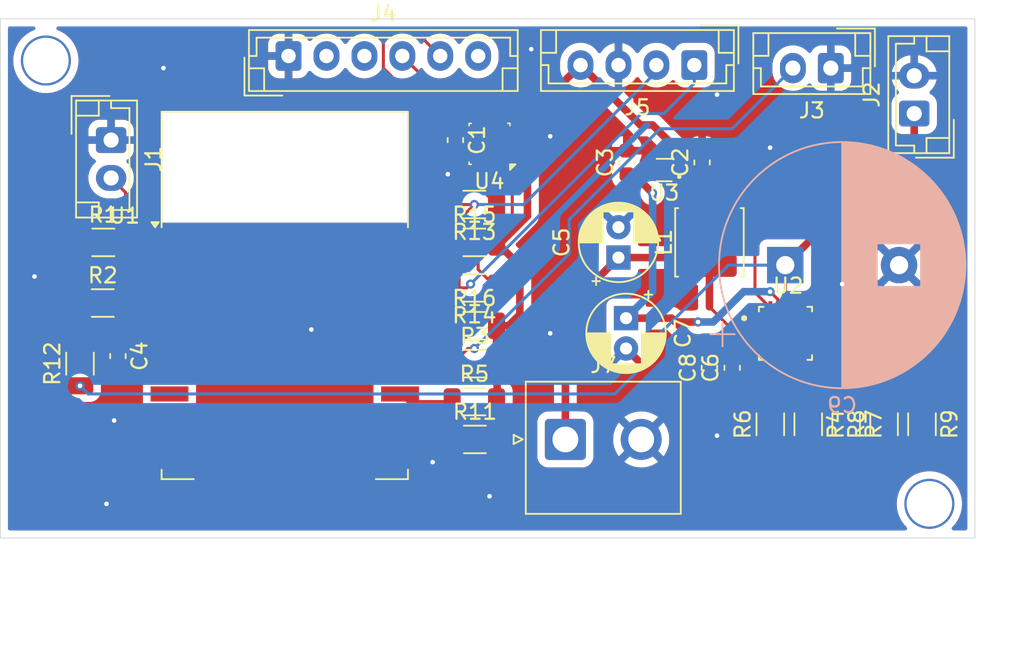
<source format=kicad_pcb>
(kicad_pcb (version 20240108) (generator "pcbnew") (generator_version "8.0")
  (layers (0 "F.Cu" signal) (31 "B.Cu" signal) (34 "B.Paste" user) (35 "F.Paste" user) (36 "B.SilkS" user "B.Silkscreen") (37 "F.SilkS" user "F.Silkscreen") (38 "B.Mask" user) (39 "F.Mask" user) (44 "Edge.Cuts" user))
  (net 0 "")
  (net 1 "GND")
  (net 2 "VBAT")
  (net 3 "+3.3V")
  (net 4 "Net-(J3-Pin_2)")
  (net 5 "Net-(J1-Pin_2)")
  (net 6 "Net-(J4-Pin_5)")
  (net 7 "Net-(J4-Pin_4)")
  (net 11 "Net-(U1-EN)")
  (net 12 "Net-(U1-GPIO2)")
  (net 13 "Net-(U1-GPIO15)")
  (net 24 "SCL")
  (net 25 "SDA")
  (net 26 "Net-(U1-ADC)")
  (net 27 "Net-(U4-SCK)")
  (net 28 "Net-(U4-SDI)")
  (net 30 "VIN")
  (net 31 "Net-(J7-Pin_1)")
  (net 32 "VRDIV")
  (net 33 "VBAT_OV")
  (net 34 "OK_HYST")
  (net 36 "OK_PROG")
  (net 40 "Net-(U2-VREF_SAMP)")
  (net 41 "Net-(U2-LBOOST)")
  (footprint "Resistor_SMD:R_1206_3216Metric" (layer "F.Cu") (at 168.512755 134 90)
    (property "Reference" "R8" (at 0 -1.82 90) (layer "F.SilkS"))
    (property "Value" "5.07M")
    (pad "1" smd roundrect (at -1.4625 0 90) (size 1.125 1.75) (layers "F.Cu" "F.Paste" "F.Mask") (roundrect_rratio 0.222222) (net 36 "OK_PROG"))
    (pad "2" smd roundrect (at 1.4625 0 90) (size 1.125 1.75) (layers "F.Cu" "F.Paste" "F.Mask") (roundrect_rratio 0.222222) (net 34 "OK_HYST"))
  )
  (footprint "Capacitor_THT:CP_Radial_D5.0mm_P2.00mm" (layer "F.Cu") (at 151 123 90)
    (property "Reference" "C5" (at 1 -3.75 90) (layer "F.SilkS"))
    (property "Value" "4.7uF")
    (pad "1" thru_hole rect (at 0 0 90) (size 1.6 1.6) (drill 0.8) (layers "*.Cu" "*.Mask" "In1.Cu" "In2.Cu" "In3.Cu" "In4.Cu" "In5.Cu" "In6.Cu" "In7.Cu" "In8.Cu" "In9.Cu" "In10.Cu" "In11.Cu" "In12.Cu" "In13.Cu" "In14.Cu" "In15.Cu" "In16.Cu" "In17.Cu" "In18.Cu" "In19.Cu" "In20.Cu" "In21.Cu" "In22.Cu" "In23.Cu" "In24.Cu" "In25.Cu" "In26.Cu" "In27.Cu" "In28.Cu" "In29.Cu" "In30.Cu") (net 31 "Net-(J7-Pin_1)"))
    (pad "2" thru_hole circle (at 2 0 90) (size 1.6 1.6) (drill 0.8) (layers "*.Cu" "*.Mask" "In1.Cu" "In2.Cu" "In3.Cu" "In4.Cu" "In5.Cu" "In6.Cu" "In7.Cu" "In8.Cu" "In9.Cu" "In10.Cu" "In11.Cu" "In12.Cu" "In13.Cu" "In14.Cu" "In15.Cu" "In16.Cu" "In17.Cu" "In18.Cu" "In19.Cu" "In20.Cu" "In21.Cu" "In22.Cu" "In23.Cu" "In24.Cu" "In25.Cu" "In26.Cu" "In27.Cu" "In28.Cu" "In29.Cu" "In30.Cu") (net 1 "GND"))
  )
  (footprint "Capacitor_THT:CP_Radial_D5.0mm_P2.00mm" (layer "F.Cu") (at 151.5 127 -90)
    (property "Reference" "C7" (at 1 -3.75 90) (layer "F.SilkS"))
    (property "Value" "4.7uF")
    (pad "1" thru_hole rect (at 0 0 270) (size 1.6 1.6) (drill 0.8) (layers "*.Cu" "*.Mask" "In1.Cu" "In2.Cu" "In3.Cu" "In4.Cu" "In5.Cu" "In6.Cu" "In7.Cu" "In8.Cu" "In9.Cu" "In10.Cu" "In11.Cu" "In12.Cu" "In13.Cu" "In14.Cu" "In15.Cu" "In16.Cu" "In17.Cu" "In18.Cu" "In19.Cu" "In20.Cu" "In21.Cu" "In22.Cu" "In23.Cu" "In24.Cu" "In25.Cu" "In26.Cu" "In27.Cu" "In28.Cu" "In29.Cu" "In30.Cu") (net 30 "VIN"))
    (pad "2" thru_hole circle (at 2 0 270) (size 1.6 1.6) (drill 0.8) (layers "*.Cu" "*.Mask" "In1.Cu" "In2.Cu" "In3.Cu" "In4.Cu" "In5.Cu" "In6.Cu" "In7.Cu" "In8.Cu" "In9.Cu" "In10.Cu" "In11.Cu" "In12.Cu" "In13.Cu" "In14.Cu" "In15.Cu" "In16.Cu" "In17.Cu" "In18.Cu" "In19.Cu" "In20.Cu" "In21.Cu" "In22.Cu" "In23.Cu" "In24.Cu" "In25.Cu" "In26.Cu" "In27.Cu" "In28.Cu" "In29.Cu" "In30.Cu") (net 1 "GND"))
  )
  (footprint "Connector_JST:JST_EH_B2B-EH-A_1x02_P2.50mm_Vertical" (layer "F.Cu") (at 117.55 115.25 -90)
    (property "Reference" "J1" (at 1.25 -2.8 90) (layer "F.SilkS"))
    (property "Value" "Conn_01x02_Pin")
    (pad "1" thru_hole roundrect (at 0 0 270) (size 1.7 2) (drill 1) (layers "*.Cu" "*.Mask" "In1.Cu" "In2.Cu" "In3.Cu" "In4.Cu" "In5.Cu" "In6.Cu" "In7.Cu" "In8.Cu" "In9.Cu" "In10.Cu" "In11.Cu" "In12.Cu" "In13.Cu" "In14.Cu" "In15.Cu" "In16.Cu" "In17.Cu" "In18.Cu" "In19.Cu" "In20.Cu" "In21.Cu" "In22.Cu" "In23.Cu" "In24.Cu" "In25.Cu" "In26.Cu" "In27.Cu" "In28.Cu" "In29.Cu" "In30.Cu") (roundrect_rratio 0.147059) (net 1 "GND"))
    (pad "2" thru_hole oval (at 2.5 0 270) (size 1.7 2) (drill 1) (layers "*.Cu" "*.Mask" "In1.Cu" "In2.Cu" "In3.Cu" "In4.Cu" "In5.Cu" "In6.Cu" "In7.Cu" "In8.Cu" "In9.Cu" "In10.Cu" "In11.Cu" "In12.Cu" "In13.Cu" "In14.Cu" "In15.Cu" "In16.Cu" "In17.Cu" "In18.Cu" "In19.Cu" "In20.Cu" "In21.Cu" "In22.Cu" "In23.Cu" "In24.Cu" "In25.Cu" "In26.Cu" "In27.Cu" "In28.Cu" "In29.Cu" "In30.Cu") (net 5 "Net-(J1-Pin_2)"))
  )
  (footprint "Resistor_SMD:R_1206_3216Metric" (layer "F.Cu") (at 141.5 119.5 180)
    (property "Reference" "R13" (at 0 -1.82 0) (layer "F.SilkS"))
    (property "Value" "0")
    (pad "1" smd roundrect (at -1.4625 0 180) (size 1.125 1.75) (layers "F.Cu" "F.Paste" "F.Mask") (roundrect_rratio 0.222222) (net 27 "Net-(U4-SCK)"))
    (pad "2" smd roundrect (at 1.4625 0 180) (size 1.125 1.75) (layers "F.Cu" "F.Paste" "F.Mask") (roundrect_rratio 0.222222) (net 24 "SCL"))
  )
  (footprint "Connector_JST:JST_EH_B6B-EH-A_1x06_P2.50mm_Vertical" (layer "F.Cu") (at 129.25 109.7)
    (property "Reference" "J4" (at 6.25 -2.8 0) (layer "F.SilkS"))
    (property "Value" "Conn_01x06_Pin")
    (pad "1" thru_hole roundrect (at 0 0) (size 1.7 1.95) (drill 0.95) (layers "*.Cu" "*.Mask" "In1.Cu" "In2.Cu" "In3.Cu" "In4.Cu" "In5.Cu" "In6.Cu" "In7.Cu" "In8.Cu" "In9.Cu" "In10.Cu" "In11.Cu" "In12.Cu" "In13.Cu" "In14.Cu" "In15.Cu" "In16.Cu" "In17.Cu" "In18.Cu" "In19.Cu" "In20.Cu" "In21.Cu" "In22.Cu" "In23.Cu" "In24.Cu" "In25.Cu" "In26.Cu" "In27.Cu" "In28.Cu" "In29.Cu" "In30.Cu") (roundrect_rratio 0.147059) (net 1 "GND"))
    (pad "2" thru_hole oval (at 2.5 0) (size 1.7 1.95) (drill 0.95) (layers "*.Cu" "*.Mask" "In1.Cu" "In2.Cu" "In3.Cu" "In4.Cu" "In5.Cu" "In6.Cu" "In7.Cu" "In8.Cu" "In9.Cu" "In10.Cu" "In11.Cu" "In12.Cu" "In13.Cu" "In14.Cu" "In15.Cu" "In16.Cu" "In17.Cu" "In18.Cu" "In19.Cu" "In20.Cu" "In21.Cu" "In22.Cu" "In23.Cu" "In24.Cu" "In25.Cu" "In26.Cu" "In27.Cu" "In28.Cu" "In29.Cu" "In30.Cu"))
    (pad "3" thru_hole oval (at 5 0) (size 1.7 1.95) (drill 0.95) (layers "*.Cu" "*.Mask" "In1.Cu" "In2.Cu" "In3.Cu" "In4.Cu" "In5.Cu" "In6.Cu" "In7.Cu" "In8.Cu" "In9.Cu" "In10.Cu" "In11.Cu" "In12.Cu" "In13.Cu" "In14.Cu" "In15.Cu" "In16.Cu" "In17.Cu" "In18.Cu" "In19.Cu" "In20.Cu" "In21.Cu" "In22.Cu" "In23.Cu" "In24.Cu" "In25.Cu" "In26.Cu" "In27.Cu" "In28.Cu" "In29.Cu" "In30.Cu"))
    (pad "4" thru_hole oval (at 7.5 0) (size 1.7 1.95) (drill 0.95) (layers "*.Cu" "*.Mask" "In1.Cu" "In2.Cu" "In3.Cu" "In4.Cu" "In5.Cu" "In6.Cu" "In7.Cu" "In8.Cu" "In9.Cu" "In10.Cu" "In11.Cu" "In12.Cu" "In13.Cu" "In14.Cu" "In15.Cu" "In16.Cu" "In17.Cu" "In18.Cu" "In19.Cu" "In20.Cu" "In21.Cu" "In22.Cu" "In23.Cu" "In24.Cu" "In25.Cu" "In26.Cu" "In27.Cu" "In28.Cu" "In29.Cu" "In30.Cu") (net 7 "Net-(J4-Pin_4)"))
    (pad "5" thru_hole oval (at 10 0) (size 1.7 1.95) (drill 0.95) (layers "*.Cu" "*.Mask" "In1.Cu" "In2.Cu" "In3.Cu" "In4.Cu" "In5.Cu" "In6.Cu" "In7.Cu" "In8.Cu" "In9.Cu" "In10.Cu" "In11.Cu" "In12.Cu" "In13.Cu" "In14.Cu" "In15.Cu" "In16.Cu" "In17.Cu" "In18.Cu" "In19.Cu" "In20.Cu" "In21.Cu" "In22.Cu" "In23.Cu" "In24.Cu" "In25.Cu" "In26.Cu" "In27.Cu" "In28.Cu" "In29.Cu" "In30.Cu") (net 6 "Net-(J4-Pin_5)"))
    (pad "6" thru_hole oval (at 12.5 0) (size 1.7 1.95) (drill 0.95) (layers "*.Cu" "*.Mask" "In1.Cu" "In2.Cu" "In3.Cu" "In4.Cu" "In5.Cu" "In6.Cu" "In7.Cu" "In8.Cu" "In9.Cu" "In10.Cu" "In11.Cu" "In12.Cu" "In13.Cu" "In14.Cu" "In15.Cu" "In16.Cu" "In17.Cu" "In18.Cu" "In19.Cu" "In20.Cu" "In21.Cu" "In22.Cu" "In23.Cu" "In24.Cu" "In25.Cu" "In26.Cu" "In27.Cu" "In28.Cu" "In29.Cu" "In30.Cu"))
  )
  (footprint "bqMPPT:QFN50P350X350X100-21N" (layer "F.Cu") (at 162.012755 128)
    (property "Reference" "U2" (at 0.175 -3.135 0) (layer "F.SilkS"))
    (property "Value" "BQ25505RGRT")
    (pad "1" smd roundrect (at -1.685 -1) (size 0.88 0.26) (layers "F.Cu" "F.Paste" "F.Mask") (roundrect_rratio 0.125) (net 1 "GND"))
    (pad "2" smd roundrect (at -1.685 -0.5) (size 0.88 0.26) (layers "F.Cu" "F.Paste" "F.Mask") (roundrect_rratio 0.125) (net 31 "Net-(J7-Pin_1)"))
    (pad "3" smd roundrect (at -1.685 0) (size 0.88 0.26) (layers "F.Cu" "F.Paste" "F.Mask") (roundrect_rratio 0.125) (net 30 "VIN"))
    (pad "4" smd roundrect (at -1.685 0.5) (size 0.88 0.26) (layers "F.Cu" "F.Paste" "F.Mask") (roundrect_rratio 0.125) (net 40 "Net-(U2-VREF_SAMP)"))
    (pad "5" smd roundrect (at -1.685 1) (size 0.88 0.26) (layers "F.Cu" "F.Paste" "F.Mask") (roundrect_rratio 0.125) (net 1 "GND"))
    (pad "6" smd roundrect (at -1 1.685) (size 0.26 0.88) (layers "F.Cu" "F.Paste" "F.Mask") (roundrect_rratio 0.125))
    (pad "7" smd roundrect (at -0.5 1.685) (size 0.26 0.88) (layers "F.Cu" "F.Paste" "F.Mask") (roundrect_rratio 0.125) (net 33 "VBAT_OV"))
    (pad "8" smd roundrect (at 0 1.685) (size 0.26 0.88) (layers "F.Cu" "F.Paste" "F.Mask") (roundrect_rratio 0.125) (net 32 "VRDIV"))
    (pad "9" smd roundrect (at 0.5 1.685) (size 0.26 0.88) (layers "F.Cu" "F.Paste" "F.Mask") (roundrect_rratio 0.125))
    (pad "10" smd roundrect (at 1 1.685) (size 0.26 0.88) (layers "F.Cu" "F.Paste" "F.Mask") (roundrect_rratio 0.125))
    (pad "11" smd roundrect (at 1.685 1) (size 0.88 0.26) (layers "F.Cu" "F.Paste" "F.Mask") (roundrect_rratio 0.125) (net 34 "OK_HYST"))
    (pad "12" smd roundrect (at 1.685 0.5) (size 0.88 0.26) (layers "F.Cu" "F.Paste" "F.Mask") (roundrect_rratio 0.125) (net 36 "OK_PROG"))
    (pad "13" smd roundrect (at 1.685 0) (size 0.88 0.26) (layers "F.Cu" "F.Paste" "F.Mask") (roundrect_rratio 0.125))
    (pad "14" smd roundrect (at 1.685 -0.5) (size 0.88 0.26) (layers "F.Cu" "F.Paste" "F.Mask") (roundrect_rratio 0.125) (net 1 "GND"))
    (pad "15" smd roundrect (at 1.685 -1) (size 0.88 0.26) (layers "F.Cu" "F.Paste" "F.Mask") (roundrect_rratio 0.125) (net 1 "GND"))
    (pad "16" smd roundrect (at 1 -1.685) (size 0.26 0.88) (layers "F.Cu" "F.Paste" "F.Mask") (roundrect_rratio 0.125))
    (pad "17" smd roundrect (at 0.5 -1.685) (size 0.26 0.88) (layers "F.Cu" "F.Paste" "F.Mask") (roundrect_rratio 0.125))
    (pad "18" smd roundrect (at 0 -1.685) (size 0.26 0.88) (layers "F.Cu" "F.Paste" "F.Mask") (roundrect_rratio 0.125) (net 2 "VBAT"))
    (pad "19" smd roundrect (at -0.5 -1.685) (size 0.26 0.88) (layers "F.Cu" "F.Paste" "F.Mask") (roundrect_rratio 0.125) (net 30 "VIN"))
    (pad "20" smd roundrect (at -1 -1.685) (size 0.26 0.88) (layers "F.Cu" "F.Paste" "F.Mask") (roundrect_rratio 0.125) (net 41 "Net-(U2-LBOOST)"))
    (pad "21" smd rect (at 0 0) (size 2.05 2.05) (layers "F.Cu" "F.Mask"))
  )
  (footprint "Capacitor_SMD:C_0603_1608Metric" (layer "F.Cu") (at 140.25 115.25 -90)
    (property "Reference" "C1" (at 0 -1.43 90) (layer "F.SilkS"))
    (property "Value" "C")
    (pad "1" smd roundrect (at -0.775 0 270) (size 0.9 0.95) (layers "F.Cu" "F.Paste" "F.Mask") (net 3 "+3.3V"))
    (pad "2" smd roundrect (at 0.775 0 270) (size 0.9 0.95) (layers "F.Cu" "F.Paste" "F.Mask") (net 1 "GND"))
  )
  (footprint "Package_SON:Texas_X2SON-4_1x1mm_P0.65mm" (layer "F.Cu") (at 154.012755 117.225 180)
    (property "Reference" "U3" (at 0 -1.5 0) (layer "F.SilkS"))
    (property "Value" "TPS7A20xxxDQN")
    (pad "1" smd custom (at -0.43 -0.325 180) (size 0.148492 0.148492) (layers "F.Cu") (net 3 "+3.3V") (options (clearance outline) (anchor circle)) (primitives (gr_poly (pts (xy 0.23 -0.054289) (xy 0.020711 0.155) (xy -0.23 0.155) (xy -0.23 -0.155) (xy 0.23 -0.155)) (width 0) (fill yes))))
    (pad "2" smd custom (at -0.43 0.325 180) (size 0.148492 0.148492) (layers "F.Cu") (net 1 "GND") (options (clearance outline) (anchor circle)) (primitives (gr_poly (pts (xy 0.23 0.054289) (xy 0.23 0.155) (xy -0.23 0.155) (xy -0.23 -0.155) (xy 0.020711 -0.155)) (width 0) (fill yes))))
    (pad "3" smd custom (at 0.43 0.325 180) (size 0.148492 0.148492) (layers "F.Cu") (net 30 "VIN") (options (clearance outline) (anchor circle)) (primitives (gr_poly (pts (xy 0.23 0.155) (xy -0.23 0.155) (xy -0.23 0.054289) (xy -0.020711 -0.155) (xy 0.23 -0.155)) (width 0) (fill yes))))
    (pad "4" smd custom (at 0.43 -0.325 180) (size 0.148492 0.148492) (layers "F.Cu") (net 30 "VIN") (options (clearance outline) (anchor circle)) (primitives (gr_poly (pts (xy 0.23 0.155) (xy -0.020711 0.155) (xy -0.23 -0.054289) (xy -0.23 -0.155) (xy 0.23 -0.155)) (width 0) (fill yes))))
    (pad "5" smd roundrect (at 0 0 225) (size 0.58 0.58) (layers "F.Cu" "F.Paste" "F.Mask") (net 1 "GND"))
  )
  (footprint "Resistor_SMD:R_1206_3216Metric" (layer "F.Cu") (at 141.5 125 180)
    (property "Reference" "R14" (at 0 -1.82 0) (layer "F.SilkS"))
    (property "Value" "0")
    (pad "1" smd roundrect (at -1.4625 0 180) (size 1.125 1.75) (layers "F.Cu" "F.Paste" "F.Mask") (roundrect_rratio 0.222222) (net 28 "Net-(U4-SDI)"))
    (pad "2" smd roundrect (at 1.4625 0 180) (size 1.125 1.75) (layers "F.Cu" "F.Paste" "F.Mask") (roundrect_rratio 0.222222) (net 25 "SDA"))
  )
  (footprint "Connector_JST:JST_EH_B2B-EH-A_1x02_P2.50mm_Vertical" (layer "F.Cu") (at 165 110.5 180)
    (property "Reference" "J3" (at 1.25 -2.8 0) (layer "F.SilkS"))
    (property "Value" "Conn_01x02_Pin")
    (pad "1" thru_hole roundrect (at 0 0 180) (size 1.7 2) (drill 1) (layers "*.Cu" "*.Mask" "In1.Cu" "In2.Cu" "In3.Cu" "In4.Cu" "In5.Cu" "In6.Cu" "In7.Cu" "In8.Cu" "In9.Cu" "In10.Cu" "In11.Cu" "In12.Cu" "In13.Cu" "In14.Cu" "In15.Cu" "In16.Cu" "In17.Cu" "In18.Cu" "In19.Cu" "In20.Cu" "In21.Cu" "In22.Cu" "In23.Cu" "In24.Cu" "In25.Cu" "In26.Cu" "In27.Cu" "In28.Cu" "In29.Cu" "In30.Cu") (roundrect_rratio 0.147059) (net 1 "GND"))
    (pad "2" thru_hole oval (at 2.5 0 180) (size 1.7 2) (drill 1) (layers "*.Cu" "*.Mask" "In1.Cu" "In2.Cu" "In3.Cu" "In4.Cu" "In5.Cu" "In6.Cu" "In7.Cu" "In8.Cu" "In9.Cu" "In10.Cu" "In11.Cu" "In12.Cu" "In13.Cu" "In14.Cu" "In15.Cu" "In16.Cu" "In17.Cu" "In18.Cu" "In19.Cu" "In20.Cu" "In21.Cu" "In22.Cu" "In23.Cu" "In24.Cu" "In25.Cu" "In26.Cu" "In27.Cu" "In28.Cu" "In29.Cu" "In30.Cu") (net 4 "Net-(J3-Pin_2)"))
  )
  (footprint "Resistor_SMD:R_1206_3216Metric" (layer "F.Cu") (at 163.512755 134 -90)
    (property "Reference" "R4" (at 0 -1.82 90) (layer "F.SilkS"))
    (property "Value" "7.32M (better smaller)")
    (pad "1" smd roundrect (at -1.4625 0 270) (size 1.125 1.75) (layers "F.Cu" "F.Paste" "F.Mask") (roundrect_rratio 0.222222) (net 33 "VBAT_OV"))
    (pad "2" smd roundrect (at 1.4625 0 270) (size 1.125 1.75) (layers "F.Cu" "F.Paste" "F.Mask") (roundrect_rratio 0.222222) (net 32 "VRDIV"))
  )
  (footprint "Resistor_SMD:R_1206_3216Metric" (layer "F.Cu") (at 141.5 127.5)
    (property "Reference" "R16" (at 0 -1.82 0) (layer "F.SilkS"))
    (property "Value" "4.7k")
    (pad "1" smd roundrect (at -1.4625 0) (size 1.125 1.75) (layers "F.Cu" "F.Paste" "F.Mask") (roundrect_rratio 0.222222) (net 25 "SDA"))
    (pad "2" smd roundrect (at 1.4625 0) (size 1.125 1.75) (layers "F.Cu" "F.Paste" "F.Mask") (roundrect_rratio 0.222222) (net 3 "+3.3V"))
  )
  (footprint "Resistor_SMD:R_1206_3216Metric" (layer "F.Cu") (at 141.5 122)
    (property "Reference" "R15" (at 0 -1.82 0) (layer "F.SilkS"))
    (property "Value" "4.7k")
    (pad "1" smd roundrect (at -1.4625 0) (size 1.125 1.75) (layers "F.Cu" "F.Paste" "F.Mask") (roundrect_rratio 0.222222) (net 24 "SCL"))
    (pad "2" smd roundrect (at 1.4625 0) (size 1.125 1.75) (layers "F.Cu" "F.Paste" "F.Mask") (roundrect_rratio 0.222222) (net 3 "+3.3V"))
  )
  (footprint "Resistor_SMD:R_1206_3216Metric" (layer "F.Cu") (at 115.5 130 90)
    (property "Reference" "R12" (at 0 -1.82 90) (layer "F.SilkS"))
    (property "Value" "100k")
    (pad "1" smd roundrect (at -1.4625 0 90) (size 1.125 1.75) (layers "F.Cu" "F.Paste" "F.Mask") (roundrect_rratio 0.222222) (net 2 "VBAT"))
    (pad "2" smd roundrect (at 1.4625 0 90) (size 1.125 1.75) (layers "F.Cu" "F.Paste" "F.Mask") (roundrect_rratio 0.222222) (net 26 "Net-(U1-ADC)"))
  )
  (footprint "Connector_JST:JST_EH_B4B-EH-A_1x04_P2.50mm_Vertical" (layer "F.Cu") (at 156 110.3 180)
    (property "Reference" "J5" (at 3.75 -2.8 0) (layer "F.SilkS"))
    (property "Value" "Conn_01x04_Pin")
    (pad "1" thru_hole roundrect (at 0 0 180) (size 1.7 1.95) (drill 0.95) (layers "*.Cu" "*.Mask" "In1.Cu" "In2.Cu" "In3.Cu" "In4.Cu" "In5.Cu" "In6.Cu" "In7.Cu" "In8.Cu" "In9.Cu" "In10.Cu" "In11.Cu" "In12.Cu" "In13.Cu" "In14.Cu" "In15.Cu" "In16.Cu" "In17.Cu" "In18.Cu" "In19.Cu" "In20.Cu" "In21.Cu" "In22.Cu" "In23.Cu" "In24.Cu" "In25.Cu" "In26.Cu" "In27.Cu" "In28.Cu" "In29.Cu" "In30.Cu") (roundrect_rratio 0.147059) (net 25 "SDA"))
    (pad "2" thru_hole oval (at 2.5 0 180) (size 1.7 1.95) (drill 0.95) (layers "*.Cu" "*.Mask" "In1.Cu" "In2.Cu" "In3.Cu" "In4.Cu" "In5.Cu" "In6.Cu" "In7.Cu" "In8.Cu" "In9.Cu" "In10.Cu" "In11.Cu" "In12.Cu" "In13.Cu" "In14.Cu" "In15.Cu" "In16.Cu" "In17.Cu" "In18.Cu" "In19.Cu" "In20.Cu" "In21.Cu" "In22.Cu" "In23.Cu" "In24.Cu" "In25.Cu" "In26.Cu" "In27.Cu" "In28.Cu" "In29.Cu" "In30.Cu") (net 24 "SCL"))
    (pad "3" thru_hole oval (at 5 0 180) (size 1.7 1.95) (drill 0.95) (layers "*.Cu" "*.Mask" "In1.Cu" "In2.Cu" "In3.Cu" "In4.Cu" "In5.Cu" "In6.Cu" "In7.Cu" "In8.Cu" "In9.Cu" "In10.Cu" "In11.Cu" "In12.Cu" "In13.Cu" "In14.Cu" "In15.Cu" "In16.Cu" "In17.Cu" "In18.Cu" "In19.Cu" "In20.Cu" "In21.Cu" "In22.Cu" "In23.Cu" "In24.Cu" "In25.Cu" "In26.Cu" "In27.Cu" "In28.Cu" "In29.Cu" "In30.Cu") (net 1 "GND"))
    (pad "4" thru_hole oval (at 7.5 0 180) (size 1.7 1.95) (drill 0.95) (layers "*.Cu" "*.Mask" "In1.Cu" "In2.Cu" "In3.Cu" "In4.Cu" "In5.Cu" "In6.Cu" "In7.Cu" "In8.Cu" "In9.Cu" "In10.Cu" "In11.Cu" "In12.Cu" "In13.Cu" "In14.Cu" "In15.Cu" "In16.Cu" "In17.Cu" "In18.Cu" "In19.Cu" "In20.Cu" "In21.Cu" "In22.Cu" "In23.Cu" "In24.Cu" "In25.Cu" "In26.Cu" "In27.Cu" "In28.Cu" "In29.Cu" "In30.Cu") (net 3 "+3.3V"))
  )
  (footprint "RF_Module:ESP-12E" (layer "F.Cu") (at 129 125.5)
    (property "Reference" "U1" (at -10.56 -5.26 0) (layer "F.SilkS"))
    (property "Value" "ESP-12F")
    (pad "1" smd rect (at -7.6 -3.5) (size 2.5 1) (layers "F.Cu" "F.Paste" "F.Mask") (net 5 "Net-(J1-Pin_2)"))
    (pad "2" smd rect (at -7.6 -1.5) (size 2.5 1) (layers "F.Cu" "F.Paste" "F.Mask") (net 26 "Net-(U1-ADC)"))
    (pad "3" smd rect (at -7.6 0.5) (size 2.5 1) (layers "F.Cu" "F.Paste" "F.Mask") (net 11 "Net-(U1-EN)"))
    (pad "4" smd rect (at -7.6 2.5) (size 2.5 1) (layers "F.Cu" "F.Paste" "F.Mask"))
    (pad "5" smd rect (at -7.6 4.5) (size 2.5 1) (layers "F.Cu" "F.Paste" "F.Mask"))
    (pad "6" smd rect (at -7.6 6.5) (size 2.5 1) (layers "F.Cu" "F.Paste" "F.Mask"))
    (pad "7" smd rect (at -7.6 8.5) (size 2.5 1) (layers "F.Cu" "F.Paste" "F.Mask"))
    (pad "8" smd rect (at -7.6 10.5) (size 2.5 1) (layers "F.Cu" "F.Paste" "F.Mask") (net 3 "+3.3V"))
    (pad "9" smd rect (at -5 12) (size 1 1.8) (layers "F.Cu" "F.Paste" "F.Mask"))
    (pad "10" smd rect (at -3 12) (size 1 1.8) (layers "F.Cu" "F.Paste" "F.Mask"))
    (pad "11" smd rect (at -1 12) (size 1 1.8) (layers "F.Cu" "F.Paste" "F.Mask"))
    (pad "12" smd rect (at 1 12) (size 1 1.8) (layers "F.Cu" "F.Paste" "F.Mask"))
    (pad "13" smd rect (at 3 12) (size 1 1.8) (layers "F.Cu" "F.Paste" "F.Mask"))
    (pad "14" smd rect (at 5 12) (size 1 1.8) (layers "F.Cu" "F.Paste" "F.Mask"))
    (pad "15" smd rect (at 7.6 10.5) (size 2.5 1) (layers "F.Cu" "F.Paste" "F.Mask") (net 1 "GND"))
    (pad "16" smd rect (at 7.6 8.5) (size 2.5 1) (layers "F.Cu" "F.Paste" "F.Mask") (net 13 "Net-(U1-GPIO15)"))
    (pad "17" smd rect (at 7.6 6.5) (size 2.5 1) (layers "F.Cu" "F.Paste" "F.Mask") (net 12 "Net-(U1-GPIO2)"))
    (pad "18" smd rect (at 7.6 4.5) (size 2.5 1) (layers "F.Cu" "F.Paste" "F.Mask") (net 4 "Net-(J3-Pin_2)"))
    (pad "19" smd rect (at 7.6 2.5) (size 2.5 1) (layers "F.Cu" "F.Paste" "F.Mask") (net 25 "SDA"))
    (pad "20" smd rect (at 7.6 0.5) (size 2.5 1) (layers "F.Cu" "F.Paste" "F.Mask") (net 24 "SCL"))
    (pad "21" smd rect (at 7.6 -1.5) (size 2.5 1) (layers "F.Cu" "F.Paste" "F.Mask") (net 7 "Net-(J4-Pin_4)"))
    (pad "22" smd rect (at 7.6 -3.5) (size 2.5 1) (layers "F.Cu" "F.Paste" "F.Mask") (net 6 "Net-(J4-Pin_5)"))
    (zone (net 0) (net_name "") (layers "F.Cu" "B.Cu") (connect_pads (clearance 0)) (min_thickness 0.254)
      (keepout (tracks not_allowed) (vias not_allowed) (pads not_allowed) (copperpour not_allowed) (footprints not_allowed))
      (fill (thermal_gap 0.508) (thermal_bridge_width 0.508))
      (polygon (pts (xy 120.88 120.7) (xy 137.12 120.7) (xy 137.12 113.38) (xy 120.88 113.38)))
    )
  )
  (footprint "Resistor_SMD:R_1206_3216Metric" (layer "F.Cu") (at 141.5375 130)
    (property "Reference" "R3" (at 0 -1.82 0) (layer "F.SilkS"))
    (property "Value" "100k")
    (pad "1" smd roundrect (at -1.4625 0) (size 1.125 1.75) (layers "F.Cu" "F.Paste" "F.Mask") (roundrect_rratio 0.222222) (net 4 "Net-(J3-Pin_2)"))
    (pad "2" smd roundrect (at 1.4625 0) (size 1.125 1.75) (layers "F.Cu" "F.Paste" "F.Mask") (roundrect_rratio 0.222222) (net 3 "+3.3V"))
  )
  (footprint "Connector_JST:JST_NV_B02P-NV_1x02_P5.00mm_Vertical" (layer "F.Cu") (at 147.5 135)
    (property "Reference" "J7" (at 2.5 -4.9 0) (layer "F.SilkS"))
    (property "Value" "Conn_01x02_Pin")
    (pad "1" thru_hole roundrect (at 0 0) (size 2.7 2.7) (drill 1.7) (layers "*.Cu" "*.Mask" "In1.Cu" "In2.Cu" "In3.Cu" "In4.Cu" "In5.Cu" "In6.Cu" "In7.Cu" "In8.Cu" "In9.Cu" "In10.Cu" "In11.Cu" "In12.Cu" "In13.Cu" "In14.Cu" "In15.Cu" "In16.Cu" "In17.Cu" "In18.Cu" "In19.Cu" "In20.Cu" "In21.Cu" "In22.Cu" "In23.Cu" "In24.Cu" "In25.Cu" "In26.Cu" "In27.Cu" "In28.Cu" "In29.Cu" "In30.Cu") (roundrect_rratio 0.092593) (net 31 "Net-(J7-Pin_1)"))
    (pad "2" thru_hole circle (at 5 0) (size 2.7 2.7) (drill 1.7) (layers "*.Cu" "*.Mask" "In1.Cu" "In2.Cu" "In3.Cu" "In4.Cu" "In5.Cu" "In6.Cu" "In7.Cu" "In8.Cu" "In9.Cu" "In10.Cu" "In11.Cu" "In12.Cu" "In13.Cu" "In14.Cu" "In15.Cu" "In16.Cu" "In17.Cu" "In18.Cu" "In19.Cu" "In20.Cu" "In21.Cu" "In22.Cu" "In23.Cu" "In24.Cu" "In25.Cu" "In26.Cu" "In27.Cu" "In28.Cu" "In29.Cu" "In30.Cu") (net 1 "GND"))
  )
  (footprint "Capacitor_SMD:C_0603_1608Metric" (layer "F.Cu") (at 156.512755 116.725 90)
    (property "Reference" "C2" (at 0 -1.43 90) (layer "F.SilkS"))
    (property "Value" "1u")
    (pad "1" smd roundrect (at -0.775 0 90) (size 0.9 0.95) (layers "F.Cu" "F.Paste" "F.Mask") (net 3 "+3.3V"))
    (pad "2" smd roundrect (at 0.775 0 90) (size 0.9 0.95) (layers "F.Cu" "F.Paste" "F.Mask") (net 1 "GND"))
  )
  (footprint "Resistor_SMD:R_1206_3216Metric" (layer "F.Cu") (at 166.012755 134 -90)
    (property "Reference" "R7" (at 0 -1.82 90) (layer "F.SilkS"))
    (property "Value" "3.17M")
    (pad "1" smd roundrect (at -1.4625 0 270) (size 1.125 1.75) (layers "F.Cu" "F.Paste" "F.Mask") (roundrect_rratio 0.222222) (net 34 "OK_HYST"))
    (pad "2" smd roundrect (at 1.4625 0 270) (size 1.125 1.75) (layers "F.Cu" "F.Paste" "F.Mask") (roundrect_rratio 0.222222) (net 32 "VRDIV"))
  )
  (footprint "Connector_JST:JST_EH_B2B-EH-A_1x02_P2.50mm_Vertical" (layer "F.Cu") (at 170.5 113.5 90)
    (property "Reference" "J2" (at 1.25 -2.8 90) (layer "F.SilkS"))
    (property "Value" "Conn_01x02_Pin")
    (pad "1" thru_hole roundrect (at 0 0 90) (size 1.7 2) (drill 1) (layers "*.Cu" "*.Mask" "In1.Cu" "In2.Cu" "In3.Cu" "In4.Cu" "In5.Cu" "In6.Cu" "In7.Cu" "In8.Cu" "In9.Cu" "In10.Cu" "In11.Cu" "In12.Cu" "In13.Cu" "In14.Cu" "In15.Cu" "In16.Cu" "In17.Cu" "In18.Cu" "In19.Cu" "In20.Cu" "In21.Cu" "In22.Cu" "In23.Cu" "In24.Cu" "In25.Cu" "In26.Cu" "In27.Cu" "In28.Cu" "In29.Cu" "In30.Cu") (roundrect_rratio 0.147059) (net 2 "VBAT"))
    (pad "2" thru_hole oval (at 2.5 0 90) (size 1.7 2) (drill 1) (layers "*.Cu" "*.Mask" "In1.Cu" "In2.Cu" "In3.Cu" "In4.Cu" "In5.Cu" "In6.Cu" "In7.Cu" "In8.Cu" "In9.Cu" "In10.Cu" "In11.Cu" "In12.Cu" "In13.Cu" "In14.Cu" "In15.Cu" "In16.Cu" "In17.Cu" "In18.Cu" "In19.Cu" "In20.Cu" "In21.Cu" "In22.Cu" "In23.Cu" "In24.Cu" "In25.Cu" "In26.Cu" "In27.Cu" "In28.Cu" "In29.Cu" "In30.Cu") (net 1 "GND"))
  )
  (footprint "Capacitor_SMD:C_0603_1608Metric" (layer "F.Cu") (at 158.5 130.275 90)
    (property "Reference" "C6" (at 0 -1.43 90) (layer "F.SilkS"))
    (property "Value" "10nF")
    (pad "1" smd roundrect (at -0.775 0 90) (size 0.9 0.95) (layers "F.Cu" "F.Paste" "F.Mask") (net 1 "GND"))
    (pad "2" smd roundrect (at 0.775 0 90) (size 0.9 0.95) (layers "F.Cu" "F.Paste" "F.Mask") (net 40 "Net-(U2-VREF_SAMP)"))
  )
  (footprint "Capacitor_SMD:C_0603_1608Metric" (layer "F.Cu") (at 118 129.5 -90)
    (property "Reference" "C4" (at 0 -1.43 90) (layer "F.SilkS"))
    (property "Value" "100n")
    (pad "1" smd roundrect (at -0.775 0 270) (size 0.9 0.95) (layers "F.Cu" "F.Paste" "F.Mask") (net 26 "Net-(U1-ADC)"))
    (pad "2" smd roundrect (at 0.775 0 270) (size 0.9 0.95) (layers "F.Cu" "F.Paste" "F.Mask") (net 1 "GND"))
  )
  (footprint "Resistor_SMD:R_1206_3216Metric" (layer "F.Cu") (at 141.5375 135)
    (property "Reference" "R11" (at 0 -1.82 0) (layer "F.SilkS"))
    (property "Value" "100k")
    (pad "1" smd roundrect (at -1.4625 0) (size 1.125 1.75) (layers "F.Cu" "F.Paste" "F.Mask") (roundrect_rratio 0.222222) (net 13 "Net-(U1-GPIO15)"))
    (pad "2" smd roundrect (at 1.4625 0) (size 1.125 1.75) (layers "F.Cu" "F.Paste" "F.Mask") (roundrect_rratio 0.222222) (net 1 "GND"))
  )
  (footprint "Inductor_SMD:L_Abracon_ASPI-0425" (layer "F.Cu") (at 157 122 90)
    (property "Reference" "L1" (at 0 -3 90) (layer "F.SilkS"))
    (property "Value" "L")
    (pad "1" smd roundrect (at -1.525 0 90) (size 1.5 3.6) (layers "F.Cu" "F.Paste" "F.Mask") (roundrect_rratio 0.166667) (net 31 "Net-(J7-Pin_1)"))
    (pad "2" smd roundrect (at 1.525 0 90) (size 1.5 3.6) (layers "F.Cu" "F.Paste" "F.Mask") (roundrect_rratio 0.166667) (net 41 "Net-(U2-LBOOST)"))
  )
  (footprint "Capacitor_SMD:C_0603_1608Metric" (layer "F.Cu") (at 151.550255 116.725 90)
    (property "Reference" "C3" (at 0 -1.43 90) (layer "F.SilkS"))
    (property "Value" "1u")
    (pad "1" smd roundrect (at -0.775 0 90) (size 0.9 0.95) (layers "F.Cu" "F.Paste" "F.Mask") (net 30 "VIN"))
    (pad "2" smd roundrect (at 0.775 0 90) (size 0.9 0.95) (layers "F.Cu" "F.Paste" "F.Mask") (net 1 "GND"))
  )
  (footprint "Resistor_SMD:R_1206_3216Metric" (layer "F.Cu") (at 161.012755 134 90)
    (property "Reference" "R6" (at 0 -1.82 90) (layer "F.SilkS"))
    (property "Value" "5.61M Ohm (min, if larger voltage drops)")
    (pad "1" smd roundrect (at -1.4625 0 90) (size 1.125 1.75) (layers "F.Cu" "F.Paste" "F.Mask") (roundrect_rratio 0.222222) (net 1 "GND"))
    (pad "2" smd roundrect (at 1.4625 0 90) (size 1.125 1.75) (layers "F.Cu" "F.Paste" "F.Mask") (roundrect_rratio 0.222222) (net 33 "VBAT_OV"))
  )
  (footprint "Package_LGA:Bosch_LGA-8_2.5x2.5mm_P0.65mm_ClockwisePinNumbering" (layer "F.Cu") (at 142.5 115.5 180)
    (property "Reference" "U4" (at 0.015 -2.465 0) (layer "F.SilkS"))
    (property "Value" "BME280")
    (pad "1" smd rect (at -0.975 -1.025 270) (size 0.5 0.35) (layers "F.Cu" "F.Paste" "F.Mask") (net 1 "GND"))
    (pad "2" smd rect (at -0.325 -1.025 270) (size 0.5 0.35) (layers "F.Cu" "F.Paste" "F.Mask"))
    (pad "3" smd rect (at 0.325 -1.025 270) (size 0.5 0.35) (layers "F.Cu" "F.Paste" "F.Mask") (net 28 "Net-(U4-SDI)"))
    (pad "4" smd rect (at 0.975 -1.025 270) (size 0.5 0.35) (layers "F.Cu" "F.Paste" "F.Mask") (net 27 "Net-(U4-SCK)"))
    (pad "5" smd rect (at 0.975 1.025 270) (size 0.5 0.35) (layers "F.Cu" "F.Paste" "F.Mask"))
    (pad "6" smd rect (at 0.325 1.025 270) (size 0.5 0.35) (layers "F.Cu" "F.Paste" "F.Mask") (net 3 "+3.3V"))
    (pad "7" smd rect (at -0.325 1.025 270) (size 0.5 0.35) (layers "F.Cu" "F.Paste" "F.Mask") (net 1 "GND"))
    (pad "8" smd rect (at -0.975 1.025 270) (size 0.5 0.35) (layers "F.Cu" "F.Paste" "F.Mask") (net 3 "+3.3V"))
  )
  (footprint "Resistor_SMD:R_1206_3216Metric" (layer "F.Cu") (at 117 126)
    (property "Reference" "R2" (at 0 -1.82 0) (layer "F.SilkS"))
    (property "Value" "100k")
    (pad "1" smd roundrect (at -1.4625 0) (size 1.125 1.75) (layers "F.Cu" "F.Paste" "F.Mask") (roundrect_rratio 0.222222) (net 3 "+3.3V"))
    (pad "2" smd roundrect (at 1.4625 0) (size 1.125 1.75) (layers "F.Cu" "F.Paste" "F.Mask") (roundrect_rratio 0.222222) (net 11 "Net-(U1-EN)"))
  )
  (footprint "Resistor_SMD:R_1206_3216Metric" (layer "F.Cu") (at 171.012755 134 -90)
    (property "Reference" "R9" (at 0 -1.82 90) (layer "F.SilkS"))
    (property "Value" "4.76M")
    (pad "1" smd roundrect (at -1.4625 0 270) (size 1.125 1.75) (layers "F.Cu" "F.Paste" "F.Mask") (roundrect_rratio 0.222222) (net 1 "GND"))
    (pad "2" smd roundrect (at 1.4625 0 270) (size 1.125 1.75) (layers "F.Cu" "F.Paste" "F.Mask") (roundrect_rratio 0.222222) (net 36 "OK_PROG"))
  )
  (footprint "Capacitor_SMD:C_0603_1608Metric" (layer "F.Cu") (at 157 130.275 90)
    (property "Reference" "C8" (at 0 -1.43 90) (layer "F.SilkS"))
    (property "Value" "10nF")
    (pad "1" smd roundrect (at -0.775 0 90) (size 0.9 0.95) (layers "F.Cu" "F.Paste" "F.Mask") (net 1 "GND"))
    (pad "2" smd roundrect (at 0.775 0 90) (size 0.9 0.95) (layers "F.Cu" "F.Paste" "F.Mask") (net 30 "VIN"))
  )
  (footprint "Resistor_SMD:R_1206_3216Metric" (layer "F.Cu") (at 141.5 132.5)
    (property "Reference" "R5" (at 0 -1.82 0) (layer "F.SilkS"))
    (property "Value" "100k")
    (pad "1" smd roundrect (at -1.4625 0) (size 1.125 1.75) (layers "F.Cu" "F.Paste" "F.Mask") (roundrect_rratio 0.222222) (net 12 "Net-(U1-GPIO2)"))
    (pad "2" smd roundrect (at 1.4625 0) (size 1.125 1.75) (layers "F.Cu" "F.Paste" "F.Mask") (roundrect_rratio 0.222222) (net 3 "+3.3V"))
  )
  (footprint "Resistor_SMD:R_1206_3216Metric" (layer "F.Cu") (at 117.0375 122)
    (property "Reference" "R1" (at 0 -1.82 0) (layer "F.SilkS"))
    (property "Value" "100k")
    (pad "1" smd roundrect (at -1.4625 0) (size 1.125 1.75) (layers "F.Cu" "F.Paste" "F.Mask") (roundrect_rratio 0.222222) (net 3 "+3.3V"))
    (pad "2" smd roundrect (at 1.4625 0) (size 1.125 1.75) (layers "F.Cu" "F.Paste" "F.Mask") (roundrect_rratio 0.222222) (net 5 "Net-(J1-Pin_2)"))
  )
  (footprint "Capacitor_THT:CP_Radial_D16.0mm_P7.50mm" (layer "B.Cu") (at 162 123.5)
    (property "Reference" "C9" (at 3.75 9.25 0) (layer "B.SilkS") (effects (justify mirror)))
    (property "Value" "C_Polarized")
    (pad "1" thru_hole rect (at 0 0) (size 2.4 2.4) (drill 1.2) (layers "*.Cu" "*.Mask" "In1.Cu" "In2.Cu" "In3.Cu" "In4.Cu" "In5.Cu" "In6.Cu" "In7.Cu" "In8.Cu" "In9.Cu" "In10.Cu" "In11.Cu" "In12.Cu" "In13.Cu" "In14.Cu" "In15.Cu" "In16.Cu" "In17.Cu" "In18.Cu" "In19.Cu" "In20.Cu" "In21.Cu" "In22.Cu" "In23.Cu" "In24.Cu" "In25.Cu" "In26.Cu" "In27.Cu" "In28.Cu" "In29.Cu" "In30.Cu") (net 2 "VBAT"))
    (pad "2" thru_hole circle (at 7.5 0) (size 2.4 2.4) (drill 1.2) (layers "*.Cu" "*.Mask" "In1.Cu" "In2.Cu" "In3.Cu" "In4.Cu" "In5.Cu" "In6.Cu" "In7.Cu" "In8.Cu" "In9.Cu" "In10.Cu" "In11.Cu" "In12.Cu" "In13.Cu" "In14.Cu" "In15.Cu" "In16.Cu" "In17.Cu" "In18.Cu" "In19.Cu" "In20.Cu" "In21.Cu" "In22.Cu" "In23.Cu" "In24.Cu" "In25.Cu" "In26.Cu" "In27.Cu" "In28.Cu" "In29.Cu" "In30.Cu") (net 1 "GND"))
  )
  (gr_rect (start 110.25 107.25) (end 174.5 141.5) (stroke (width 0.05)) (fill none) (layer "Edge.Cuts"))
  (via (at 171.5 139.25) (size 3.3) (drill 3) (layers "F.Cu" "B.Cu") (net 0))
  (via (at 113.25 110) (size 3.3) (drill 3) (layers "F.Cu" "B.Cu") (net 0))
  (segment (start 142.75 115.5) (end 142.75 114.55) (width 0.2) (layer "F.Cu") (net 1))
  (segment (start 140.775 115.5) (end 140.25 116.025) (width 0.2) (layer "F.Cu") (net 1))
  (segment (start 154.442755 116.9) (end 153.492755 115.95) (width 0.2) (layer "F.Cu") (net 1))
  (segment (start 143.475 116.525) (end 143.475 116.225) (width 0.2) (layer "F.Cu") (net 1))
  (segment (start 142.75 115.5) (end 140.775 115.5) (width 0.2) (layer "F.Cu") (net 1))
  (segment (start 142.75 114.55) (end 142.825 114.475) (width 0.2) (layer "F.Cu") (net 1))
  (segment (start 154.117755 117.225) (end 154.442755 116.9) (width 0.2) (layer "F.Cu") (net 1))
  (segment (start 153.492755 115.95) (end 151.550255 115.95) (width 0.2) (layer "F.Cu") (net 1))
  (segment (start 143.475 116.225) (end 142.75 115.5) (width 0.2) (layer "F.Cu") (net 1))
  (segment (start 154.012755 117.225) (end 154.117755 117.225) (width 0.2) (layer "F.Cu") (net 1))
  (via (at 130.75 127.75) (size 0.6) (drill 0.3) (layers "F.Cu" "B.Cu") (net 1))
  (via (at 121 110.5) (size 0.6) (drill 0.3) (layers "F.Cu" "B.Cu") (net 1))
  (via (at 117.25 139.25) (size 0.6) (drill 0.3) (layers "F.Cu" "B.Cu") (net 1))
  (via (at 117.75 133.75) (size 0.6) (drill 0.3) (layers "F.Cu" "B.Cu") (net 1))
  (via (at 157.5 134.75) (size 0.6) (drill 0.3) (layers "F.Cu" "B.Cu") (net 1))
  (via (at 112.5 124.25) (size 0.6) (drill 0.3) (layers "F.Cu" "B.Cu") (net 1))
  (via (at 165.75 124.75) (size 0.6) (drill 0.3) (layers "F.Cu" "B.Cu") (net 1))
  (via (at 157.5 112.25) (size 0.6) (drill 0.3) (layers "F.Cu" "B.Cu") (net 1))
  (via (at 145.25 109.25) (size 0.6) (drill 0.3) (layers "F.Cu" "B.Cu") (net 1))
  (via (at 146.5 128) (size 0.6) (drill 0.3) (layers "F.Cu" "B.Cu") (net 1))
  (via (at 146.5 115) (size 0.6) (drill 0.3) (layers "F.Cu" "B.Cu") (net 1))
  (via (at 138.75 136.5) (size 0.6) (drill 0.3) (layers "F.Cu" "B.Cu") (net 1))
  (via (at 142.5 138.75) (size 0.6) (drill 0.3) (layers "F.Cu" "B.Cu") (net 1))
  (via (at 139.75 117.5) (size 0.6) (drill 0.3) (layers "F.Cu" "B.Cu") (net 1))
  (via (at 161 115.75) (size 0.6) (drill 0.3) (layers "F.Cu" "B.Cu") (net 1))
  (segment (start 170.5 113.5) (end 170.5 115) (width 0.5) (layer "F.Cu") (net 2))
  (segment (start 162.012755 126.315) (end 162.012755 123.512755) (width 0.2) (layer "F.Cu") (net 2))
  (segment (start 170.5 115) (end 162 123.5) (width 0.5) (layer "F.Cu") (net 2))
  (segment (start 162.012755 123.512755) (end 162 123.5) (width 0.2) (layer "F.Cu") (net 2))
  (via (at 115.5 131.4625) (size 0.6) (drill 0.3) (layers "F.Cu" "B.Cu") (net 2))
  (segment (start 116.0375 132) (end 115.5 131.4625) (width 0.2) (layer "B.Cu") (net 2))
  (segment (start 153.5 128.25) (end 153.5 129.25) (width 0.2) (layer "B.Cu") (net 2))
  (segment (start 153.5 129.25) (end 150.75 132) (width 0.2) (layer "B.Cu") (net 2))
  (segment (start 158.25 123.5) (end 153.5 128.25) (width 0.2) (layer "B.Cu") (net 2))
  (segment (start 150.75 132) (end 116.0375 132) (width 0.2) (layer "B.Cu") (net 2))
  (segment (start 162 123.5) (end 158.25 123.5) (width 0.2) (layer "B.Cu") (net 2))
  (segment (start 113.75 127.7875) (end 113.75 132.75) (width 0.5) (layer "F.Cu") (net 3))
  (segment (start 121.5 138.75) (end 121.5 136.1) (width 0.5) (layer "F.Cu") (net 3))
  (segment (start 145.25 113.5) (end 145.275 113.525) (width 0.5) (layer "F.Cu") (net 3))
  (segment (start 141.5 133.9625) (end 141.5 136.5) (width 0.5) (layer "F.Cu") (net 3))
  (segment (start 142.9625 132.5) (end 141.5 133.9625) (width 0.5) (layer "F.Cu") (net 3))
  (segment (start 142.25 113.5) (end 145.25 113.5) (width 0.5) (layer "F.Cu") (net 3))
  (segment (start 143.75 127.5) (end 142.9625 127.5) (width 0.5) (layer "F.Cu") (net 3))
  (segment (start 117 136) (end 121.4 136) (width 0.5) (layer "F.Cu") (net 3))
  (segment (start 145 120.25) (end 145 115.15) (width 0.5) (layer "F.Cu") (net 3))
  (segment (start 115.575 122) (end 115.575 125.9625) (width 0.5) (layer "F.Cu") (net 3))
  (segment (start 121.75 139) (end 121.5 138.75) (width 0.5) (layer "F.Cu") (net 3))
  (segment (start 142.9625 127.5) (end 142.9625 129.9625) (width 0.5) (layer "F.Cu") (net 3))
  (segment (start 143.25 122) (end 145 120.25) (width 0.5) (layer "F.Cu") (net 3))
  (segment (start 143.2125 127.25) (end 142.9625 127.5) (width 0.5) (layer "F.Cu") (net 3))
  (segment (start 145.275 113.525) (end 144.325 114.475) (width 0.5) (layer "F.Cu") (net 3))
  (segment (start 156.512755 117.5) (end 156.5 117.5) (width 0.5) (layer "F.Cu") (net 3))
  (segment (start 156.512755 117.5) (end 154.572141 117.5) (width 0.3) (layer "F.Cu") (net 3))
  (segment (start 115.575 125.9625) (end 115.5375 126) (width 0.5) (layer "F.Cu") (net 3))
  (segment (start 148.5 110.3) (end 145.275 113.525) (width 0.5) (layer "F.Cu") (net 3))
  (segment (start 142.9625 122) (end 144.5 123.5375) (width 0.5) (layer "F.Cu") (net 3))
  (segment (start 140.25 114.475) (end 141.15 113.575) (width 0.5) (layer "F.Cu") (net 3))
  (segment (start 145 115.15) (end 144.325 114.475) (width 0.5) (layer "F.Cu") (net 3))
  (segment (start 141.5 136.5) (end 139 139) (width 0.5) (layer "F.Cu") (net 3))
  (segment (start 152.45 114.25) (end 148.5 110.3) (width 0.5) (layer "F.Cu") (net 3))
  (segment (start 142.9625 132.5) (end 143 132.4625) (width 0.5) (layer "F.Cu") (net 3))
  (segment (start 144.325 114.475) (end 143.475 114.475) (width 0.5) (layer "F.Cu") (net 3))
  (segment (start 142.175 113.575) (end 142.25 113.5) (width 0.5) (layer "F.Cu") (net 3))
  (segment (start 153.25 114.25) (end 152.45 114.25) (width 0.5) (layer "F.Cu") (net 3))
  (segment (start 154.572141 117.5) (end 154.482448 117.589693) (width 0.3) (layer "F.Cu") (net 3))
  (segment (start 144.5 123.5375) (end 144.5 126.75) (width 0.5) (layer "F.Cu") (net 3))
  (segment (start 142.9625 129.9625) (end 143 130) (width 0.5) (layer "F.Cu") (net 3))
  (segment (start 113.75 132.75) (end 117 136) (width 0.5) (layer "F.Cu") (net 3))
  (segment (start 156.5 117.5) (end 153.25 114.25) (width 0.5) (layer "F.Cu") (net 3))
  (segment (start 142.9625 122) (end 143.25 122) (width 0.5) (layer "F.Cu") (net 3))
  (segment (start 139 139) (end 121.75 139) (width 0.5) (layer "F.Cu") (net 3))
  (segment (start 143 132.4625) (end 143 130) (width 0.5) (layer "F.Cu") (net 3))
  (segment (start 144.5 126.75) (end 143.75 127.5) (width 0.5) (layer "F.Cu") (net 3))
  (segment (start 121.5 136.1) (end 121.4 136) (width 0.5) (layer "F.Cu") (net 3))
  (segment (start 115.5375 126) (end 113.75 127.7875) (width 0.5) (layer "F.Cu") (net 3))
  (segment (start 141.15 113.575) (end 142.175 113.575) (width 0.5) (layer "F.Cu") (net 3))
  (segment (start 142.175 114.475) (end 142.175 113.575) (width 0.5) (layer "F.Cu") (net 3))
  (segment (start 136.6 130) (end 140.075 130) (width 0.2) (layer "F.Cu") (net 4))
  (segment (start 141.075 129) (end 141.5 129) (width 0.2) (layer "F.Cu") (net 4))
  (segment (start 140.075 130) (end 141.075 129) (width 0.2) (layer "F.Cu") (net 4))
  (via (at 141.5 129) (size 0.6) (drill 0.3) (layers "F.Cu" "B.Cu") (net 4))
  (segment (start 147.75 122.75) (end 147.75 120.5) (width 0.2) (layer "B.Cu") (net 4))
  (segment (start 147.75 120.5) (end 153.75 114.5) (width 0.2) (layer "B.Cu") (net 4))
  (segment (start 158.5 114.5) (end 162.5 110.5) (width 0.2) (layer "B.Cu") (net 4))
  (segment (start 153.75 114.5) (end 158.5 114.5) (width 0.2) (layer "B.Cu") (net 4))
  (segment (start 141.5 129) (end 147.75 122.75) (width 0.2) (layer "B.Cu") (net 4))
  (segment (start 118.5 122) (end 118.5 118.7) (width 0.2) (layer "F.Cu") (net 5))
  (segment (start 121.4 122) (end 118.5 122) (width 0.2) (layer "F.Cu") (net 5))
  (segment (start 118.5 118.7) (end 117.55 117.75) (width 0.2) (layer "F.Cu") (net 5))
  (segment (start 136.75 122) (end 137.5 121.25) (width 0.2) (layer "F.Cu") (net 6))
  (segment (start 137.55 108) (end 139.25 109.7) (width 0.2) (layer "F.Cu") (net 6))
  (segment (start 136.25 108) (end 137.55 108) (width 0.2) (layer "F.Cu") (net 6))
  (segment (start 135.5 108.75) (end 136.25 108) (width 0.2) (layer "F.Cu") (net 6))
  (segment (start 136.6 122) (end 136.75 122) (width 0.2) (layer "F.Cu") (net 6))
  (segment (start 137.5 112.5) (end 135.5 110.5) (width 0.2) (layer "F.Cu") (net 6))
  (segment (start 137.5 121.25) (end 137.5 112.5) (width 0.2) (layer "F.Cu") (net 6))
  (segment (start 135.5 110.5) (end 135.5 108.75) (width 0.2) (layer "F.Cu") (net 6))
  (segment (start 138.5 123) (end 137.5 124) (width 0.2) (layer "F.Cu") (net 7))
  (segment (start 138.5 111.45) (end 138.5 123) (width 0.2) (layer "F.Cu") (net 7))
  (segment (start 136.75 109.7) (end 138.5 111.45) (width 0.2) (layer "F.Cu") (net 7))
  (segment (start 137.5 124) (end 136.6 124) (width 0.2) (layer "F.Cu") (net 7))
  (segment (start 123.25 123) (end 120 123) (width 0.2) (layer "F.Cu") (net 11))
  (segment (start 121.4 126) (end 122 126) (width 0.2) (layer "F.Cu") (net 11))
  (segment (start 123.75 123.5) (end 123.25 123) (width 0.2) (layer "F.Cu") (net 11))
  (segment (start 118.4625 124.5375) (end 118.4625 126) (width 0.2) (layer "F.Cu") (net 11))
  (segment (start 122 126) (end 123.75 124.25) (width 0.2) (layer "F.Cu") (net 11))
  (segment (start 123.75 124.25) (end 123.75 123.5) (width 0.2) (layer "F.Cu") (net 11))
  (segment (start 120 123) (end 118.4625 124.5375) (width 0.2) (layer "F.Cu") (net 11))
  (segment (start 136.6 132) (end 137.1 132.5) (width 0.2) (layer "F.Cu") (net 12))
  (segment (start 137.1 132.5) (end 140.0375 132.5) (width 0.2) (layer "F.Cu") (net 12))
  (segment (start 139.075 134) (end 140.075 135) (width 0.2) (layer "F.Cu") (net 13))
  (segment (start 136.6 134) (end 139.075 134) (width 0.2) (layer "F.Cu") (net 13))
  (segment (start 141.5 119.5) (end 140.0375 119.5) (width 0.2) (layer "F.Cu") (net 24))
  (segment (start 140.0375 122.7125) (end 138.75 124) (width 0.2) (layer "F.Cu") (net 24))
  (segment (start 138.75 125.25) (end 138 126) (width 0.2) (layer "F.Cu") (net 24))
  (segment (start 141.5 119.5) (end 140.0375 120.9625) (width 0.2) (layer "F.Cu") (net 24))
  (segment (start 138.75 124) (end 138.75 125.25) (width 0.2) (layer "F.Cu") (net 24))
  (segment (start 138 126) (end 136.6 126) (width 0.2) (layer "F.Cu") (net 24))
  (segment (start 140.0375 122) (end 140.0375 122.7125) (width 0.2) (layer "F.Cu") (net 24))
  (segment (start 140.0375 120.9625) (end 140.0375 122) (width 0.2) (layer "F.Cu") (net 24))
  (via (at 141.5 119.5) (size 0.6) (drill 0.3) (layers "F.Cu" "B.Cu") (net 24))
  (segment (start 153.5 110.75) (end 153.5 110.3) (width 0.2) (layer "B.Cu") (net 24))
  (segment (start 141.5 119.5) (end 144.75 119.5) (width 0.2) (layer "B.Cu") (net 24))
  (segment (start 144.75 119.5) (end 153.5 110.75) (width 0.2) (layer "B.Cu") (net 24))
  (segment (start 139.5375 128) (end 136.6 128) (width 0.2) (layer "F.Cu") (net 25))
  (segment (start 140.0375 125) (end 141 125) (width 0.2) (layer "F.Cu") (net 25))
  (segment (start 140.0375 125) (end 140.0375 127.5) (width 0.2) (layer "F.Cu") (net 25))
  (segment (start 140.0375 127.5) (end 139.5375 128) (width 0.2) (layer "F.Cu") (net 25))
  (segment (start 141 125) (end 141.25 124.75) (width 0.2) (layer "F.Cu") (net 25))
  (via (at 141.25 124.75) (size 0.6) (drill 0.3) (layers "F.Cu" "B.Cu") (net 25))
  (segment (start 156 111.5) (end 156 110.3) (width 0.2) (layer "B.Cu") (net 25))
  (segment (start 154 113.5) (end 156 111.5) (width 0.2) (layer "B.Cu") (net 25))
  (segment (start 141.25 124.75) (end 152.5 113.5) (width 0.2) (layer "B.Cu") (net 25))
  (segment (start 152.5 113.5) (end 154 113.5) (width 0.2) (layer "B.Cu") (net 25))
  (segment (start 121 124) (end 121.4 124) (width 0.2) (layer "F.Cu") (net 26))
  (segment (start 119.5 125.5) (end 121 124) (width 0.2) (layer "F.Cu") (net 26))
  (segment (start 118 128.725) (end 115.6875 128.725) (width 0.2) (layer "F.Cu") (net 26))
  (segment (start 115.6875 128.725) (end 115.5 128.5375) (width 0.2) (layer "F.Cu") (net 26))
  (segment (start 119.5 127.225) (end 119.5 125.5) (width 0.2) (layer "F.Cu") (net 26))
  (segment (start 118 128.725) (end 119.5 127.225) (width 0.2) (layer "F.Cu") (net 26))
  (segment (start 142.9625 119.5) (end 141.525 118.0625) (width 0.2) (layer "F.Cu") (net 27))
  (segment (start 141.525 118.0625) (end 141.525 116.525) (width 0.2) (layer "F.Cu") (net 27))
  (segment (start 142.175 116.525) (end 142.25 116.6) (width 0.2) (layer "F.Cu") (net 28))
  (segment (start 144 118.25) (end 144 120.25) (width 0.2) (layer "F.Cu") (net 28))
  (segment (start 142.25 117.5) (end 142.5 117.75) (width 0.2) (layer "F.Cu") (net 28))
  (segment (start 142.25 116.6) (end 142.25 117.5) (width 0.2) (layer "F.Cu") (net 28))
  (segment (start 141.75 123.7875) (end 142.9625 125) (width 0.2) (layer "F.Cu") (net 28))
  (segment (start 142.5 117.75) (end 143.5 117.75) (width 0.2) (layer "F.Cu") (net 28))
  (segment (start 143.5 117.75) (end 144 118.25) (width 0.2) (layer "F.Cu") (net 28))
  (segment (start 142.25 120.75) (end 141.75 121.25) (width 0.2) (layer "F.Cu") (net 28))
  (segment (start 143.5 120.75) (end 142.25 120.75) (width 0.2) (layer "F.Cu") (net 28))
  (segment (start 144 120.25) (end 143.5 120.75) (width 0.2) (layer "F.Cu") (net 28))
  (segment (start 141.75 121.25) (end 141.75 123.7875) (width 0.2) (layer "F.Cu") (net 28))
  (segment (start 151.550255 117.5) (end 152.903369 117.5) (width 0.5) (layer "F.Cu") (net 30))
  (segment (start 152 117.5) (end 151.550255 117.5) (width 0.5) (layer "F.Cu") (net 30))
  (segment (start 153.453369 117.5) (end 153.543062 117.589693) (width 0.3) (layer "F.Cu") (net 30))
  (segment (start 153.25 118.75) (end 152 117.5) (width 0.5) (layer "F.Cu") (net 30))
  (segment (start 158.5 128) (end 157 129.5) (width 0.5) (layer "F.Cu") (net 30))
  (segment (start 160.327755 128) (end 158.5 128) (width 0.2) (layer "F.Cu") (net 30))
  (segment (start 161.512755 126.315) (end 161.512755 125.762755) (width 0.2) (layer "F.Cu") (net 30))
  (segment (start 154.75 127.25) (end 154.5 127) (width 0.5) (layer "F.Cu") (net 30))
  (segment (start 151.5 127) (end 154.5 127) (width 0.5) (layer "F.Cu") (net 30))
  (segment (start 152.903369 117.5) (end 153.543062 116.860307) (width 0.3) (layer "F.Cu") (net 30))
  (segment (start 161.512755 125.762755) (end 161 125.25) (width 0.2) (layer "F.Cu") (net 30))
  (segment (start 154.5 127) (end 157 129.5) (width 0.5) (layer "F.Cu") (net 30))
  (segment (start 151.550255 117.5) (end 153.453369 117.5) (width 0.3) (layer "F.Cu") (net 30))
  (segment (start 156.25 127.25) (end 154.75 127.25) (width 0.5) (layer "F.Cu") (net 30))
  (via (at 153.25 118.75) (size 0.6) (drill 0.3) (layers "F.Cu" "B.Cu") (net 30))
  (via (at 156.25 127.25) (size 0.6) (drill 0.3) (layers "F.Cu" "B.Cu") (net 30))
  (via (at 161 125.25) (size 0.6) (drill 0.3) (layers "F.Cu" "B.Cu") (net 30))
  (segment (start 153.25 125.25) (end 153.25 119.5) (width 0.5) (layer "B.Cu") (net 30))
  (segment (start 159.25 125.25) (end 157.25 127.25) (width 0.5) (layer "B.Cu") (net 30))
  (segment (start 153.25 119.5) (end 153.25 118.75) (width 0.5) (layer "B.Cu") (net 30))
  (segment (start 151.5 127) (end 153.25 125.25) (width 0.5) (layer "B.Cu") (net 30))
  (segment (start 157.25 127.25) (end 156.25 127.25) (width 0.5) (layer "B.Cu") (net 30))
  (segment (start 161 125.25) (end 159.25 125.25) (width 0.5) (layer "B.Cu") (net 30))
  (segment (start 157 123.525) (end 157 126.25) (width 0.5) (layer "F.Cu") (net 31))
  (segment (start 156.475 123) (end 157 123.525) (width 0.2) (layer "F.Cu") (net 31))
  (segment (start 151 123) (end 156.475 123) (width 0.5) (layer "F.Cu") (net 31))
  (segment (start 147.5 135) (end 147.5 126.5) (width 0.5) (layer "F.Cu") (net 31))
  (segment (start 158.25 127.5) (end 160.327755 127.5) (width 0.2) (layer "F.Cu") (net 31))
  (segment (start 158.25 127.5) (end 157 126.25) (width 0.2) (layer "F.Cu") (net 31))
  (segment (start 147.5 126.5) (end 151 123) (width 0.5) (layer "F.Cu") (net 31))
  (segment (start 162.012755 129.685) (end 162 129.697755) (width 0.2) (layer "F.Cu") (net 32))
  (segment (start 164.5 131) (end 164.75 131.25) (width 0.2) (layer "F.Cu") (net 32))
  (segment (start 162 129.697755) (end 162 130.75) (width 0.2) (layer "F.Cu") (net 32))
  (segment (start 164.75 131.25) (end 164.75 134.225255) (width 0.2) (layer "F.Cu") (net 32))
  (segment (start 166.012755 135.4625) (end 163.512755 135.4625) (width 0.2) (layer "F.Cu") (net 32))
  (segment (start 162.25 131) (end 164.5 131) (width 0.2) (layer "F.Cu") (net 32))
  (segment (start 162 130.75) (end 162.25 131) (width 0.2) (layer "F.Cu") (net 32))
  (segment (start 164.75 134.225255) (end 163.512755 135.4625) (width 0.2) (layer "F.Cu") (net 32))
  (segment (start 161.512755 129.685) (end 161.512755 132.0375) (width 0.2) (layer "F.Cu") (net 33))
  (segment (start 161.012755 132.5375) (end 163.512755 132.5375) (width 0.2) (layer "F.Cu") (net 33))
  (segment (start 161.512755 132.0375) (end 161.012755 132.5375) (width 0.2) (layer "F.Cu") (net 33))
  (segment (start 167.290255 131.315) (end 166.012755 131.315) (width 0.2) (layer "F.Cu") (net 34))
  (segment (start 168.512755 132.5375) (end 167.290255 131.315) (width 0.2) (layer "F.Cu") (net 34))
  (segment (start 166.012755 131.315) (end 163.697755 129) (width 0.2) (layer "F.Cu") (net 34))
  (segment (start 166.012755 132.5375) (end 166.012755 131.315) (width 0.2) (layer "F.Cu") (net 34))
  (segment (start 168.512755 135.4625) (end 171.012755 135.4625) (width 0.2) (layer "F.Cu") (net 36))
  (segment (start 171.012755 135.4625) (end 171.012755 134.262755) (width 0.2) (layer "F.Cu") (net 36))
  (segment (start 169.75 131.25) (end 167 128.5) (width 0.2) (layer "F.Cu") (net 36))
  (segment (start 171.012755 134.262755) (end 169.75 133) (width 0.2) (layer "F.Cu") (net 36))
  (segment (start 169.75 133) (end 169.75 131.25) (width 0.2) (layer "F.Cu") (net 36))
  (segment (start 167 128.5) (end 163.697755 128.5) (width 0.2) (layer "F.Cu") (net 36))
  (segment (start 158.5 129.5) (end 159.5 128.5) (width 0.2) (layer "F.Cu") (net 40))
  (segment (start 159.5 128.5) (end 160.327755 128.5) (width 0.2) (layer "F.Cu") (net 40))
  (segment (start 157 120.475) (end 158.525 122) (width 0.2) (layer "F.Cu") (net 41))
  (segment (start 160 122.5) (end 160 125.302245) (width 0.2) (layer "F.Cu") (net 41))
  (segment (start 159.5 122) (end 160 122.5) (width 0.2) (layer "F.Cu") (net 41))
  (segment (start 160 125.302245) (end 161.012755 126.315) (width 0.2) (layer "F.Cu") (net 41))
  (segment (start 158.525 122) (end 159.5 122) (width 0.2) (layer "F.Cu") (net 41))
  (zone (net 1) (net_name "GND") (layers "F.Cu" "B.Cu") (connect_pads (clearance 0.5)) (min_thickness 0.25) (fill yes (thermal_gap 0.5) (thermal_bridge_width 0.5))
    (polygon (pts (xy 174.25 107.25) (xy 174.5 141.5) (xy 110.25 141.5) (xy 110.25 107.25)))
  )
)
</source>
